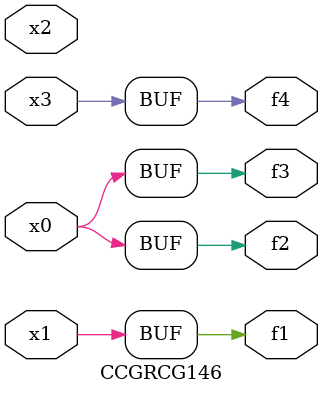
<source format=v>
module CCGRCG146(
	input x0, x1, x2, x3,
	output f1, f2, f3, f4
);
	assign f1 = x1;
	assign f2 = x0;
	assign f3 = x0;
	assign f4 = x3;
endmodule

</source>
